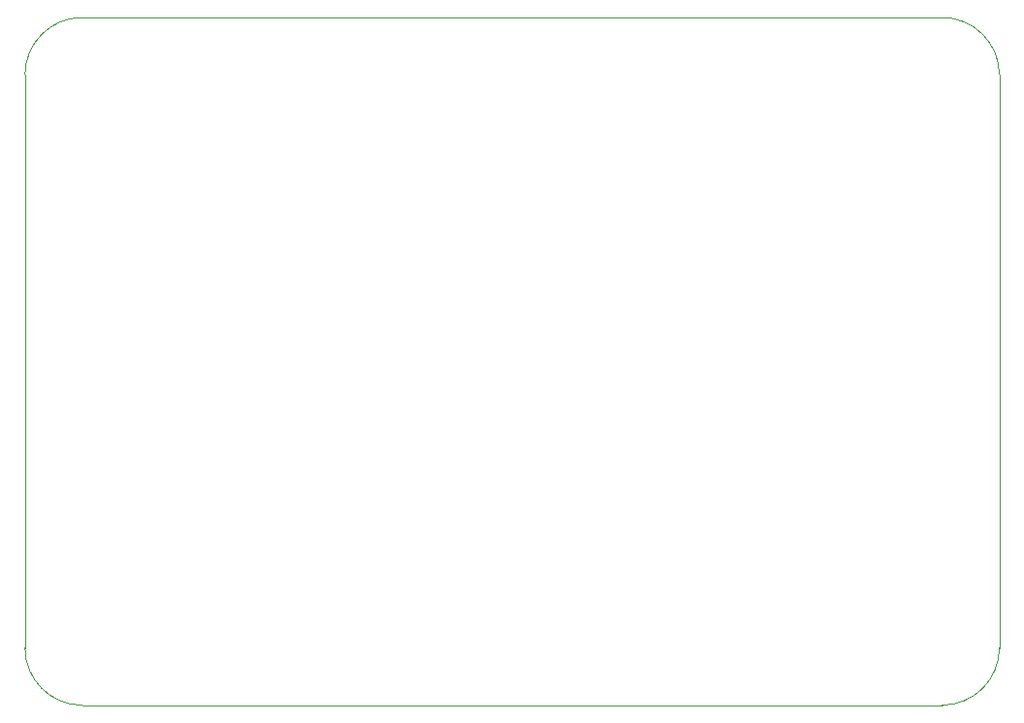
<source format=gm1>
G04 #@! TF.GenerationSoftware,KiCad,Pcbnew,7.0.1*
G04 #@! TF.CreationDate,2023-05-01T00:30:29+02:00*
G04 #@! TF.ProjectId,ChuaCircuits,43687561-4369-4726-9375-6974732e6b69,rev?*
G04 #@! TF.SameCoordinates,Original*
G04 #@! TF.FileFunction,Profile,NP*
%FSLAX46Y46*%
G04 Gerber Fmt 4.6, Leading zero omitted, Abs format (unit mm)*
G04 Created by KiCad (PCBNEW 7.0.1) date 2023-05-01 00:30:29*
%MOMM*%
%LPD*%
G01*
G04 APERTURE LIST*
G04 #@! TA.AperFunction,Profile*
%ADD10C,0.100000*%
G04 #@! TD*
G04 APERTURE END LIST*
D10*
X148560000Y-121530000D02*
G75*
G03*
X153560000Y-116530000I-1J5000001D01*
G01*
X153560000Y-66530000D02*
G75*
G03*
X148560000Y-61530000I-5000001J-1D01*
G01*
X68560000Y-116530000D02*
G75*
G03*
X73560000Y-121530000I5000001J1D01*
G01*
X153560000Y-116530000D02*
X153560000Y-66530000D01*
X73560000Y-61530000D02*
X148560000Y-61530000D01*
X73560000Y-61530002D02*
G75*
G03*
X68560000Y-66530000I-2J-4999998D01*
G01*
X68560000Y-116530000D02*
X68560000Y-66530000D01*
X73560000Y-121530000D02*
X148560000Y-121530000D01*
M02*

</source>
